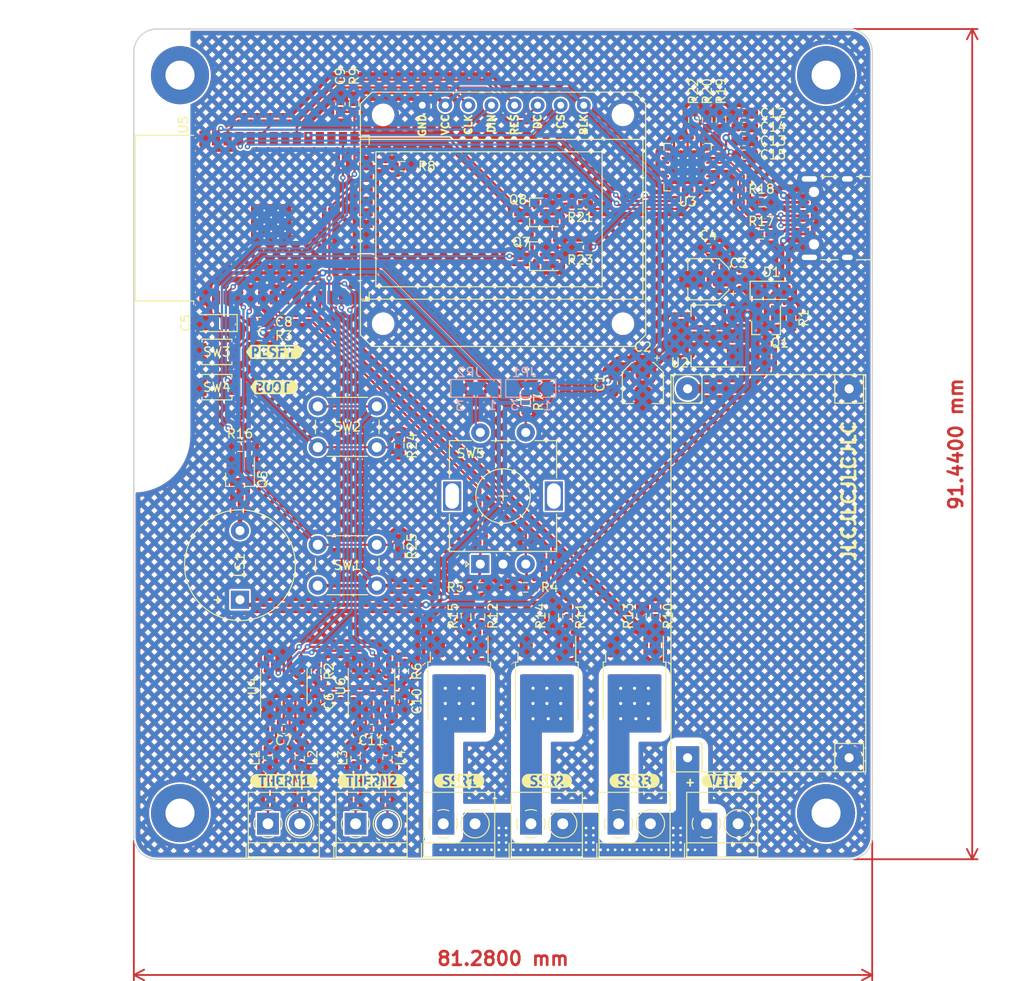
<source format=kicad_pcb>
(kicad_pcb (version 20221018) (generator pcbnew)
  (title_block (title "ReflowESP") (date "2022-08-22") (rev "v0.0.7") (company "Thomas Aldrian"))
  (layers (0 "F.Cu" signal) (31 "B.Cu" signal) (34 "B.Paste" user) (35 "F.Paste" user) (36 "B.SilkS" user "B.Silkscreen") (37 "F.SilkS" user "F.Silkscreen") (38 "B.Mask" user) (39 "F.Mask" user) (44 "Edge.Cuts" user))
  (net 0 "")
  (net 1 "+5V")
  (net 2 "GND")
  (net 3 "EN")
  (net 4 "IO0")
  (net 5 "Net-(U6-T+)")
  (net 6 "Net-(U6-T-)")
  (net 7 "Net-(U4-T+)")
  (net 8 "Net-(U4-T-)")
  (net 9 "RX")
  (net 10 "TX")
  (net 11 "PWM")
  (net 12 "V_MOSI")
  (net 13 "V_SCK")
  (net 14 "V_CS0")
  (net 15 "DC")
  (net 16 "RST")
  (net 17 "V_SSR")
  (net 18 "BUZZER")
  (net 19 "Net-(J8-Pin_1)")
  (net 20 "IO2")
  (net 21 "SSR1")
  (net 22 "SSR2")
  (net 23 "SSR3")
  (net 24 "CS0")
  (net 25 "CS1")
  (net 27 "RE_A")
  (net 28 "RE_B")
  (net 29 "SCK")
  (net 30 "MISO")
  (net 31 "RE_SW")
  (net 32 "Net-(Q2-G)")
  (net 37 "SW_1")
  (net 38 "SW_2")
  (net 46 "V_MISO")
  (net 48 "Net-(J4-Pin_1)")
  (net 49 "Net-(J4-Pin_2)")
  (net 50 "Net-(J5-Pin_1)")
  (net 51 "Net-(J5-Pin_2)")
  (net 52 "Net-(J6-Pin_1)")
  (net 53 "Net-(J7-Pin_1)")
  (net 54 "Net-(Q5-D)")
  (net 55 "Net-(Q1-D)")
  (net 56 "Net-(Q3-G)")
  (net 57 "Net-(Q4-G)")
  (net 58 "+3.3V")
  (net 66 "Net-(JP1-C)")
  (net 67 "Net-(JP2-C)")
  (net 68 "VBUS")
  (net 69 "Net-(J2-CC1)")
  (net 70 "Net-(J2-CC2)")
  (net 71 "D+")
  (net 72 "D-")
  (net 73 "RTS")
  (net 74 "DTR")
  (net 75 "VBUSREF")
  (net 76 "VCC")
  (net 77 "Net-(U3-~{RST})")
  (net 78 "Net-(Q7-B)")
  (net 79 "Net-(Q7-E)")
  (footprint "Resistor_SMD:R_0603_1608Metric_Pad0.98x0.95mm_HandSolder" (layer "F.Cu") (at 116.84 94.488 90)
    (fp_text reference "R13")
    (fp_text value "10k")
  )
  (footprint "Resistor_SMD:R_0603_1608Metric_Pad0.98x0.95mm_HandSolder" (layer "F.Cu") (at 104.0892 70.9676 -90)
    (fp_text reference "R7")
    (fp_text value "10k")
  )
  (footprint "Capacitor_SMD:C_0603_1608Metric_Pad1.08x0.95mm_HandSolder" (layer "F.Cu") (at 128.143 40.64)
    (fp_text reference "C14")
    (fp_text value "100nF")
  )
  (footprint "Resistor_SMD:R_0603_1608Metric_Pad0.98x0.95mm_HandSolder" (layer "F.Cu") (at 74.803 63.627 180)
    (fp_text reference "R3")
    (fp_text value "10k")
  )
  (footprint "TerminalBlock_4Ucon:TerminalBlock_4Ucon_1x02_P3.50mm_Horizontal" (layer "F.Cu") (at 95.024 117.375)
    (fp_text reference "J8" hide)
    (fp_text value "SSR3")
  )
  (footprint "Button_Switch_THT:SW_PUSH_6mm_H13mm" (layer "F.Cu") (at 81.205 86.65)
    (fp_text reference "SW1")
    (fp_text value " ")
  )
  (footprint "Resistor_SMD:R_0603_1608Metric_Pad0.98x0.95mm_HandSolder" (layer "F.Cu") (at 107.188 94.488 90)
    (fp_text reference "R14")
    (fp_text value "10k")
  )
  (footprint "Capacitor_Tantalum_SMD:CP_EIA-3216-12_Kemet-S_Pad1.58x1.35mm_HandSolder" (layer "F.Cu") (at 69.85 62.23 180)
    (fp_text reference "C5")
    (fp_text value " ")
  )
  (footprint "Package_TO_SOT_SMD:SOT-23_Handsoldering" (layer "F.Cu") (at 130.556 62.738 -90)
    (fp_text reference "Q1")
    (fp_text value "AO3407")
  )
  (footprint "kibuzzard-6465B1D4" (layer "F.Cu") (at 87.122 112.649)
    (fp_text reference "kibuzzard-6465B1D4" hide)
    (fp_text value "G***" hide)
  )
  (footprint "Capacitor_SMD:C_0603_1608Metric_Pad1.08x0.95mm_HandSolder" (layer "F.Cu") (at 128.143 42.164)
    (fp_text reference "C13")
    (fp_text value "100nF")
  )
  (footprint "Buzzer_Beeper:Buzzer_12x9.5RM7.6" (layer "F.Cu") (at 72.644 92.7 90)
    (fp_text reference "LS1")
    (fp_text value "Speaker")
  )
  (footprint "kibuzzard-64660A10" (layer "F.Cu") (at 122.1994 112.8522)
    (fp_text reference "kibuzzard-64660A10" hide)
    (fp_text value "G***" hide)
  )
  (footprint "Package_TO_SOT_SMD:SOT-23_Handsoldering" (layer "F.Cu") (at 72.644 79.4512 -90)
    (fp_text reference "Q5")
    (fp_text value "BSS138")
  )
  (footprint "kien242:1.14_TFT_Display" (layer "F.Cu") (at 101.6 50.8)
    (fp_text reference "J3" hide)
    (fp_text value "Conn_01x08")
  )
  (footprint "Capacitor_SMD:C_0603_1608Metric_Pad1.08x0.95mm_HandSolder" (layer "F.Cu") (at 124.206 54.0004)
    (fp_text reference "C4")
    (fp_text value "1u")
  )
  (footprint "Button_Switch_THT:SW_PUSH_6mm_H13mm" (layer "F.Cu") (at 81.205 71.41)
    (fp_text reference "SW2")
    (fp_text value " ")
  )
  (footprint "Capacitor_SMD:C_0603_1608Metric_Pad1.08x0.95mm_HandSolder" (layer "F.Cu") (at 74.803 62.103)
    (fp_text reference "C8")
    (fp_text value "100n")
  )
  (footprint "Resistor_SMD:R_0603_1608Metric_Pad0.98x0.95mm_HandSolder" (layer "F.Cu") (at 90.551 44.958)
    (fp_text reference "R8")
    (fp_text value "5k")
  )
  (footprint "Inductor_SMD:L_0603_1608Metric_Pad1.05x0.95mm_HandSolder" (layer "F.Cu") (at 85.372 110.109 90)
    (fp_text reference "L3")
    (fp_text value "ferrite")
  )
  (footprint "MountingHole:MountingHole_3.2mm_M3_Pad" (layer "F.Cu") (at 137.16 34.925)
    (fp_text reference "H1" hide)
    (fp_text value "MountingHole_Pad")
  )
  (footprint "Package_TO_SOT_SMD:SOT-23_Handsoldering" (layer "F.Cu") (at 105.283 54.864 180)
    (fp_text reference "Q7")
    (fp_text value "2N3904")
  )
  (footprint "Capacitor_SMD:CP_Elec_4x5.4" (layer "F.Cu") (at 116.9924 68.834 -90)
    (fp_text reference "C2")
    (fp_text value "10u")
  )
  (footprint "TerminalBlock_4Ucon:TerminalBlock_4Ucon_1x02_P3.50mm_Horizontal" (layer "F.Cu") (at 85.372 117.375)
    (fp_text reference "J5" hide)
    (fp_text value "TC2")
  )
  (footprint "Package_SO:SOIC-8_3.9x4.9mm_P1.27mm" (layer "F.Cu") (at 77.47 102.235 90)
    (fp_text reference "U4")
    (fp_text value "MAX31855KASA")
  )
  (footprint "MountingHole:MountingHole_3.2mm_M3_Pad" (layer "F.Cu") (at 66.04 34.925)
    (fp_text reference "H2" hide)
    (fp_text value "MountingHole_Pad")
  )
  (footprint "Resistor_SMD:R_0603_1608Metric_Pad0.98x0.95mm_HandSolder" (layer "F.Cu") (at 72.644 75.8444)
    (fp_text reference "R16")
    (fp_text value "10k")
  )
  (footprint "Diode_SMD:D_SOD-123" (layer "F.Cu") (at 131.1656 58.6232)
    (fp_text reference "D1")
    (fp_text value "1N5819")
  )
  (footprint "Resistor_SMD:R_0603_1608Metric_Pad0.98x0.95mm_HandSolder" (layer "F.Cu") (at 97.536 94.488 90)
    (fp_text reference "R15")
    (fp_text value "10k")
  )
  (footprint "kibuzzard-64660AB6" (layer "F.Cu") (at 76.4032 69.2912)
    (fp_text reference "kibuzzard-64660AB6" hide)
    (fp_text value "G***" hide)
  )
  (footprint "Resistor_SMD:R_0603_1608Metric_Pad0.98x0.95mm_HandSolder" (layer "F.Cu") (at 110.109 49.149 180)
    (fp_text reference "R21")
    (fp_text value "22r")
  )
  (footprint "Package_TO_SOT_SMD:TO-252-2" (layer "F.Cu") (at 96.774 102.87 -90)
    (fp_text reference "Q4" hide)
    (fp_text value "IRLR2905Z" hide)
  )
  (footprint "kibuzzard-64660ABC" (layer "F.Cu") (at 76.4032 65.405)
    (fp_text reference "kibuzzard-64660ABC" hide)
    (fp_text value "G***" hide)
  )
  (footprint "MountingHole:MountingHole_3.2mm_M3_Pad" (layer "F.Cu") (at 137.16 116.205)
    (fp_text reference "H3" hide)
    (fp_text value "MountingHole_Pad")
  )
  (footprint "kien242:USB-C-16pin-hight-v2" (layer "F.Cu") (at 138.43 50.673 -90)
    (fp_text reference "J2")
    (fp_text value " ")
  )
  (footprint "Capacitor_SMD:C_0603_1608Metric_Pad1.08x0.95mm_HandSolder" (layer "F.Cu") (at 113.6904 68.834 90)
    (fp_text reference "C1")
    (fp_text value "1u")
  )
  (footprint "kien242:SW_SPST_B3U-1000P" (layer "F.Cu") (at 70.104 69.2912)
    (fp_text reference "SW4")
    (fp_text value "SW_BOOT")
  )
  (footprint "Resistor_SMD:R_0603_1608Metric_Pad0.98x0.95mm_HandSolder" (layer "F.Cu") (at 99.06 94.488 -90)
    (fp_text reference "R12")
    (fp_text value "??")
  )
  (footprint "Capacitor_SMD:C_0603_1608Metric_Pad1.08x0.95mm_HandSolder" (layer "F.Cu") (at 128.143 43.688 180)
    (fp_text reference "C15")
    (fp_text value "10uF")
  )
  (footprint "Resistor_SMD:R_0603_1608Metric_Pad0.98x0.95mm_HandSolder" (layer "F.Cu") (at 130.048 48.895)
    (fp_text reference "R18")
    (fp_text value "5k1")
  )
  (footprint "MountingHole:MountingHole_3.2mm_M3_Pad" (layer "F.Cu") (at 66.04 116.205)
    (fp_text reference "H4" hide)
    (fp_text value "MountingHole_Pad")
  )
  (footprint "Package_TO_SOT_SMD:SOT-223-3_TabPin2" (layer "F.Cu") (at 124.206 63.6524 180)
    (fp_text reference "U2")
    (fp_text value "NCP1117-3.3_SOT223")
  )
  (footprint "Inductor_SMD:L_0603_1608Metric_Pad1.05x0.95mm_HandSolder" (layer "F.Cu") (at 88.872 110.109 -90)
    (fp_text reference "L4")
    (fp_text value "ferrite")
  )
  (footprint "Resistor_SMD:R_0603_1608Metric_Pad0.98x0.95mm_HandSolder" (layer "F.Cu") (at 104.0892 91.3384)
    (fp_text reference "R4")
    (fp_text value "10k")
  )
  (footprint "TerminalBlock_KF301:YAAJ_DCDC_StepDown_LM2596" (layer "F.Cu") (at 121.92 110.109 90)
    (fp_text reference "U1" hide)
    (fp_text value "YAAJ_DCDC_StepDown_LM2596")
  )
  (footprint "Resistor_SMD:R_0603_1608Metric_Pad0.98x0.95mm_HandSolder" (layer "F.Cu") (at 130.048 52.451)
    (fp_text reference "R17")
    (fp_text value "5k1")
  )
  (footprint "Resistor_SMD:R_0603_1608Metric_Pad0.98x0.95mm_HandSolder" (layer "F.Cu") (at 122.555 39.878 -90)
    (fp_text reference "R22")
    (fp_text value "1k")
  )
  (footprint "Inductor_SMD:L_0603_1608Metric_Pad1.05x0.95mm_HandSolder" (layer "F.Cu") (at 79.22 110.109 -90)
    (fp_text reference "L2")
    (fp_text value "ferrite")
  )
  (footprint "Capacitor_SMD:C_0603_1608Metric_Pad1.08x0.95mm_HandSolder" (layer "F.Cu") (at 90.678 103.886 -90)
    (fp_text reference "C10")
    (fp_text value "100n")
  )
  (footprint "Resistor_SMD:R_0603_1608Metric_Pad0.98x0.95mm_HandSolder" (layer "F.Cu") (at 125.603 39.878 -90)
    (fp_text reference "R19")
    (fp_text value "22k1")
  )
  (footprint "Resistor_SMD:R_0603_1608Metric_Pad0.98x0.95mm_HandSolder" (layer "F.Cu") (at 110.109 53.848 180)
    (fp_text reference "R23")
    (fp_text value "22r")
  )
  (footprint "Resistor_SMD:R_0603_1608Metric_Pad0.98x0.95mm_HandSolder" (layer "F.Cu") (at 118.364 94.488 -90)
    (fp_text reference "R10")
    (fp_text value "R_Small")
  )
  (footprint "Capacitor_SMD:C_0603_1608Metric_Pad1.08x0.95mm_HandSolder" (layer "F.Cu") (at 128.143 39.116 180)
    (fp_text reference "C12")
    (fp_text value "10uF")
  )
  (footprint "Resistor_SMD:R_0603_1608Metric_Pad0.98x0.95mm_HandSolder" (layer "F.Cu") (at 108.712 94.488 -90)
    (fp_text reference "R11")
    (fp_text value "R_Small")
  )
  (footprint "Capacitor_SMD:C_0603_1608Metric_Pad1.08x0.95mm_HandSolder" (layer "F.Cu") (at 77.47 106.934 180)
    (fp_text reference "C7")
    (fp_text value "10n")
  )
  (footprint "kien242:SW_SPST_B3U-1000P" (layer "F.Cu") (at 70.104 65.405)
    (fp_text reference "SW3")
    (fp_text value "SW_RESET")
  )
  (footprint "Resistor_SMD:R_0603_1608Metric_Pad0.98x0.95mm_HandSolder" (layer "F.Cu") (at 90.17 75.7428 -90)
    (fp_text reference "R24")
    (fp_text value "10k")
  )
  (footprint "Capacitor_SMD:C_0603_1608Metric_Pad1.08x0.95mm_HandSolder" (layer "F.Cu") (at 83.693 38.1 90)
    (fp_text reference "C9")
    (fp_text value "100n")
  )
  (footprint "kibuzzard-6465B1A6" (layer "F.Cu") (at 106.426 112.649)
    (fp_text reference "kibuzzard-6465B1A6" hide)
    (fp_text value "G***" hide)
  )
  (footprint "TerminalBlock_4Ucon:TerminalBlock_4Ucon_1x02_P3.50mm_Horizontal" (layer "F.Cu") (at 104.676 117.375)
    (fp_text reference "J7" hide)
    (fp_text value "SSR2")
  )
  (footprint "Resistor_SMD:R_0603_1608Metric_Pad0.98x0.95mm_HandSolder" (layer "F.Cu") (at 81.026 100.584 -90)
    (fp_text reference "R2")
    (fp_text value "10k")
  )
  (footprint "Resistor_SMD:R_0603_1608Metric_Pad0.98x0.95mm_HandSolder" (layer "F.Cu") (at 124.079 39.878 90)
    (fp_text reference "R20")
    (fp_text value "47k5")
  )
  (footprint "Resistor_SMD:R_0603_1608Metric_Pad0.98x0.95mm_HandSolder" (layer "F.Cu") (at 99.1108 91.3384)
    (fp_text reference "R5")
    (fp_text value "10k")
  )
  (footprint "kibuzzard-64660A1B" (layer "F.Cu") (at 129.3368 112.8522)
    (fp_text reference "kibuzzard-64660A1B" hide)
    (fp_text value "G***" hide)
  )
  (footprint "kien242:RotaryEncoder_Alps_EC11E-Switch_Vertical_H20mm" (layer "F.Cu") (at 101.6 81.28)
    (fp_text reference "SW5")
    (fp_text value " ")
  )
  (footprint "Package_TO_SOT_SMD:TO-252-2" (layer "F.Cu") (at 116.078 102.87 -90)
    (fp_text reference "Q2" hide)
    (fp_text value "IRLR2905Z")
  )
  (footprint "Capacitor_SMD:C_0603_1608Metric_Pad1.08x0.95mm_HandSolder" (layer "F.Cu") (at 87.122 106.934 180)
    (fp_text reference "C11")
    (fp_text value "10n")
  )
  (footprint "Package_TO_SOT_SMD:SOT-23_Handsoldering" (layer "F.Cu") (at 105.283 50.038 180)
    (fp_text reference "Q8")
    (fp_text value "2N3904")
  )
  (footprint "Resistor_SMD:R_0603_1608Metric_Pad0.98x0.95mm_HandSolder" (layer "F.Cu") (at 90.1446 86.8426 -90)
    (fp_text reference "R25")
    (fp_text value "10k")
  )
  (footprint "Capacitor_SMD:C_0603_1608Metric_Pad1.08x0.95mm_HandSolder" (layer "F.Cu") (at 81.026 103.886 -90)
    (fp_text reference "C6")
    (fp_text value "100n")
  )
  (footprint "RF_Module:ESP32-WROOM-32" (layer "F.Cu") (at 76.99 50.673 90)
    (fp_text reference "U5")
    (fp_text value "ESP32-WROOM-32")
  )
  (footprint "kibuzzard-6465FE6A" (layer "F.Cu") (at 96.774 112.649)
    (fp_text reference "kibuzzard-6465FE6A" hide)
    (fp_text value "G***" hide)
  )
  (footprint "Inductor_SMD:L_0603_1608Metric_Pad1.05x0.95mm_HandSolder" (layer "F.Cu") (at 75.72 110.109 90)
    (fp_text reference "L1")
    (fp_text value "ferrite")
  )
  (footprint "TerminalBlock_4Ucon:TerminalBlock_4Ucon_1x02_P3.50mm_Horizontal" (layer "F.Cu") (at 75.72 117.375)
    (fp_text reference "J4" hide)
    (fp_text value "TC1")
  )
  (footprint "Capacitor_SMD:CP_Elec_4x5.4" (layer "F.Cu") (at 124.206 57.404 180)
    (fp_text reference "C3")
    (fp_text value "10u")
  )
  (footprint "Package_DFN_QFN:QFN-28-1EP_5x5mm_P0.5mm_EP3.35x3.35mm_ThermalVias" (layer "F.Cu") (at 121.92 45.0596 180)
    (fp_text reference "U3")
    (fp_text value "CP2102-GM")
  )
  (footprint "Package_TO_SOT_SMD:TO-252-2" (layer "F.Cu") (at 106.426 102.87 -90)
    (fp_text reference "Q3" hide)
    (fp_text value "IRLR2905Z" hide)
  )
  (footprint "kibuzzard-646609E4" (layer "F.Cu") (at 125.73 112.649)
    (fp_text reference "kibuzzard-646609E4" hide)
    (fp_text value "G***" hide)
  )
  (footprint "Resistor_SMD:R_0603_1608Metric_Pad0.98x0.95mm_HandSolder" (layer "F.Cu") (at 90.678 100.584 -90)
    (fp_text reference "R6")
    (fp_text value "10k")
  )
  (footprint "TerminalBlock_4Ucon:TerminalBlock_4Ucon_1x02_P3.50mm_Horizontal" (layer "F.Cu") (at 114.328 117.375)
    (fp_text reference "J6" hide)
    (fp_text value "SSR1")
  )
  (footprint "kibuzzard-6465B1DF" (layer "F.Cu") (at 77.47 112.649)
    (fp_text reference "kibuzzard-6465B1DF" hide)
    (fp_text value "G***" hide)
  )
  (footprint "TerminalBlock_4Ucon:TerminalBlock_4Ucon_1x02_P3.50mm_Horizontal" (layer "F.Cu") (at 123.98 117.375)
    (fp_text reference "J1" hide)
    (fp_text value "VIN")
  )
  (footprint "Resistor_SMD:R_0603_1608Metric_Pad0.98x0.95mm_HandSolder" (layer "F.Cu") (at 85.217 38.1 -90)
    (fp_text reference "R9")
    (fp_text value "5k")
  )
  (footprint "kibuzzard-6465FE70" (layer "F.Cu") (at 116.078 112.649)
    (fp_text reference "kibuzzard-6465FE70" hide)
    (fp_text value "G***" hide)
  )
  (footprint "Resistor_SMD:R_0603_1608Metric_Pad0.98x0.95mm_HandSolder" (layer "F.Cu") (at 133.2992 61.6712 -90)
    (fp_text reference "R1")
    (fp_text value "100K")
  )
  (footprint "Package_SO:SOIC-8_3.9x4.9mm_P1.27mm" (layer "F.Cu") (at 87.122 102.235 90)
    (fp_text reference "U6")
    (fp_text value "MAX31855KASA")
  )
  (footprint "Jumper:SolderJumper-3_P2.0mm_Open_TrianglePad1.0x1.5mm_NumberLabels" (layer "B.Cu") (at 104.648 69.4436 180)
    (fp_text reference "JP1")
    (fp_text value " ")
  )
  (footprint "Jumper:SolderJumper-3_P2.0mm_Open_TrianglePad1.0x1.5mm_NumberLabels" (layer "B.Cu") (at 98.6028 69.4436 180)
    (fp_text reference "JP2")
    (fp_text value " ")
  )
  (gr_arc (start 63.5 121.285) (mid 61.703949 120.541051) (end 60.96 118.745) (stroke (width 0.15)) (layer "Edge.Cuts"))
  (gr_arc (start 139.7 29.845) (mid 141.496051 30.588949) (end 142.24 32.385) (stroke (width 0.15)) (layer "Edge.Cuts"))
  (gr_arc (start 60.96 32.385) (mid 61.703949 30.588949) (end 63.5 29.845) (stroke (width 0.15)) (layer "Edge.Cuts"))
  (gr_line (start 139.7 29.845) (end 63.5 29.845) (stroke (width 0.15)) (layer "Edge.Cuts"))
  (gr_line (start 142.24 32.385) (end 142.24 118.745) (stroke (width 0.15)) (layer "Edge.Cuts"))
  (gr_line (start 60.96 118.745) (end 60.96 32.385) (stroke (width 0.15)) (layer "Edge.Cuts"))
  (gr_line (start 63.5 121.285) (end 139.7 121.285) (stroke (width 0.15)) (layer "Edge.Cuts"))
  (gr_arc (start 142.24 118.745) (mid 141.496051 120.541051) (end 139.7 121.285) (stroke (width 0.15)) (layer "Edge.Cuts"))
  (gr_text "JLCJLCJLCJLC" (at 139.6746 80.7212 90) (layer "F.SilkS") (effects (font (size 1.5 1.5) (thickness 0.3) bold)))
  (dimension (type orthogonal) (layer "F.Cu") (pts (xy 142.24 118.745) (xy 60.96 118.745)) (height 15.285) (orientation 0) (gr_text "81,2800 mm" (at 101.6 132.23) (layer "F.Cu") (effects (font (size 1.5 1.5) (thickness 0.3)))) (format (prefix "") (suffix "") (units 3) (units_format 1) (precision 4)) (style (thickness 0.2) (arrow_length 1.27) (text_position_mode 0) (extension_height 0.58642) (extension_offset 0.5) keep_text_aligned))
  (dimension (type orthogonal) (layer "F.Cu") (pts (xy 139.7 121.285) (xy 139.7 29.845)) (height 13.55) (orientation 1) (gr_text "91,4400 mm" (at 151.45 75.565 90) (layer "F.Cu") (effects (font (size 1.5 1.5) (thickness 0.3)))) (format (prefix "") (suffix "") (units 3) (units_format 1) (precision 4)) (style (thickness 0.2) (arrow_length 1.27) (text_position_mode 0) (extension_height 0.58642) (extension_offset 0.5) keep_text_aligned))
  (segment (start 93.109868 93.262268) (end 73.206268 93.262268) (width 0.45) (layer "F.Cu") (net 1))
  (segment (start 127.356 61.3524) (end 128.4732 61.3524) (width 1) (layer "F.Cu") (net 1))
  (segment (start 129.606 61.238) (end 129.606 58.7136) (width 1) (layer "F.Cu") (net 1))
  (segment (start 126.006 54.9379) (end 125.0685 54.0004) (width 1) (layer "F.Cu") (net 1))
  (segment (start 129.606 58.7136) (end 129.5156 58.6232) (width 1) (layer "F.Cu") (net 1))
  (segment (start 73.206268 93.262268) (end 72.644 92.7) (width 0.45) (layer "F.Cu") (net 1))
  (segment (start 126.006 57.404) (end 126.006 54.9379) (width 1) (layer "F.Cu") (net 1))
  (segment (start 128.4732 61.3524) (end 129.4916 61.3524) (width 1) (layer "F.Cu") (net 1))
  (segment (start 128.2964 57.404) (end 129.5156 58.6232) (width 1) (layer "F.Cu") (net 1))
  (segment (start 126.006 57.404) (end 128.2964 57.404) (width 1) (layer "F.Cu") (net 1))
  (segment (start 129.4916 61.3524) (end 129.606 61.238) (width 1) (layer "F.Cu") (net 1))
  (via (at 93.109868 93.262268) (size 0.8) (drill 0.4) (layers "F.Cu" "B.Cu") (net 1))
  (via (at 128.4732 61.3524) (size 0.8) (drill 0.4) (layers "F.Cu" "B.Cu") (net 1))
  (segment (start 104.4072 93.2302) (end 93.141936 93.2302) (width 0.45) (layer "B.Cu") (net 1))
  (segment (start 128.4732 69.1642) (end 104.4072 93.2302) (width 0.45) (layer "B.Cu") (net 1))
  (segment (start 128.4732 61.3524) (end 128.4732 69.1642) (width 0.45) (layer "B.Cu") (net 1))
  (segment (start 93.141936 93.2302) (end 93.109868 93.262268) (width 0.45) (layer "B.Cu") (net 1))
  (via (at 105.4608 86.7918) (size 0.6) (drill 0.3) (layers "F.Cu" "B.Cu") (net 2))
  (via (at 75.6158 57.785) (size 0.6) (drill 0.3) (layers "F.Cu" "B.Cu") (net 2))
  (via (at 83.6168 100.5332) (size 0.6) (drill 0.3) (layers "F.Cu" "B.Cu") (net 2))
  (segment (start 73.777 63.627) (end 71.999 65.405) (width 0.3) (layer "F.Cu") (net 3))
  (segment (start 73.8905 63.627) (end 73.777 63.627) (width 0.3) (layer "F.Cu") (net 3))
  (segment (start 71.28 58.854794) (end 71.28 59.423) (width 0.25) (layer "F.Cu") (net 3))
  (segment (start 73.8905 63.627) (end 73.8905 62.153) (width 0.3) (layer "F.Cu") (net 3))
  (segment (start 71.28 59.423) (end 71.28 60.104) (width 0.3) (layer "F.Cu") (net 3))
  (segment (start 103.783 54.864) (end 102.3112 54.864) (width 0.25) (layer "F.Cu") (net 3))
  (segment (start 71.8955 58.239294) (end 71.28 58.854794) (width 0.25) (layer "F.Cu") (net 3))
  (segment (start 73.8905 62.153) (end 73.9405 62.103) (width 0.3) (layer "F.Cu") (net 3))
  (segment (start 73.279 62.103) (end 73.9405 62.103) (width 0.3) (layer "F.Cu") (net 3))
  (segment (start 71.28 60.104) (end 73.279 62.103) (width 0.3) (layer "F.Cu") (net 3))
  (via (at 71.8955 58.239294) (size 0.6) (drill 0.3) (layers "F.Cu" "B.Cu") (net 3))
  (via (at 102.3112 54.864) (size 0.6) (drill 0.3) (layers "F.Cu" "B.Cu") (net 3))
  (segment (start 102.3112 54.864) (end 75.270794 54.864) (width 0.25) (layer "B.Cu") (net 3))
  (segment (start 75.270794 54.864) (end 71.8955 58.239294) (width 0.25) (layer "B.Cu") (net 3))
  (segment (start 71.2673 68.5292) (end 71.2673 68.5595) (width 0.25) (layer "F.Cu") (net 4))
  (segment (start 71.2673 68.5595) (end 71.999 69.2912) (width 0.25) (layer "F.Cu") (net 4))
  (segment (start 85.2424 45.828395) (end 85.25 45.820795) (width 0.25) (layer "F.Cu") (net 4))
  (segment (start 85.25 45.820795) (end 85.25 41.923) (width 0.25) (layer "F.Cu") (net 4))
  (segment (start 103.783 50.038) (end 95.668 41.923) (width 0.25) (layer "F.Cu") (net 4))
  (segment (start 85.167 38.9625) (end 85.217 39.0125) (width 0.25) (layer "F.Cu") (net 4))
  (segment (start 85.25 39.0455) (end 85.217 39.0125) (width 0.25) (layer "F.Cu") (net 4))
  (segment (start 85.25 41.923) (end 85.25 39.0455) (width 0.25) (layer "F.Cu") (net 4))
  (segment (start 83.693 38.9625) (end 85.167 38.9625) (width 0.25) (layer "F.Cu") (net 4))
  (segment (start 95.668 41.923) (end 85.25 41.923) (width 0.25) (layer "F.Cu") (net 4))
  (via (at 85.2424 45.828395) (size 0.6) (drill 0.3) (layers "F.Cu" "B.Cu") (net 4))
  (via (at 71.2673 68.5292) (size 0.6) (drill 0.3) (layers "F.Cu" "B.Cu") (net 4))
  (segment (start 74.845194 54.434) (end 80.286112 54.434) (width 0.25) (layer "B.Cu") (net 4))
  (segment (start 85.227605 45.828395) (end 85.2424 45.828395) (width 0.25) (layer "B.Cu") (net 4))
  (segment (start 84.4024 50.317712) (end 84.4024 46.6536) (width 0.25) (layer "B.Cu") (net 4))
  (segment (start 80.286112 54.434) (end 84.4024 50.317712) (width 0.25) (layer "B.Cu") (net 4))
  (segment (start 84.4024 46.6536) (end 85.227605 45.828395) (width 0.25) (layer "B.Cu") (net 4))
  (segment (start 71.0928 68.3547) (end 71.0928 58.186394) (width 0.25) (layer "B.Cu") (net 4))
  (segment (start 71.0928 58.186394) (end 74.845194 54.434) (width 0.25) (layer "B.Cu") (net 4))
  (segment (start 71.2673 68.5292) (end 71.0928 68.3547) (width 0.25) (layer "B.Cu") (net 4))
  (segment (start 87.757 104.71) (end 87.757 107.0875) (width 0.25) (layer "F.Cu") (net 5))
  (segment (start 87.9845 108.3465) (end 88.872 109.234) (width 0.25) (layer "F.Cu") (net 5))
  (segment (start 87.757 106.7065) (end 87.9845 106.934) (width 0.25) (layer "F.Cu") (net 5))
  (segment (start 87.9845 106.934) (end 87.9845 108.3465) (width 0.25) (layer "F.Cu") (net 5))
  (segment (start 86.487 106.7065) (end 86.2595 106.934) (width 0.25) (layer "F.Cu") (net 6))
  (segment (start 86.487 104.71) (end 86.487 107.0875) (width 0.25) (layer "F.Cu") (net 6))
  (segment (start 86.2595 108.3465) (end 85.372 109.234) (width 0.25) (layer "F.Cu") (net 6))
  (segment (start 86.2595 106.934) (end 86.2595 108.3465) (width 0.25) (layer "F.Cu") (net 6))
  (segment (start 78.105 104.71) (end 78.105 107.0875) (width 0.25) (layer "F.Cu") (net 7))
  (segment (start 78.3325 106.934) (end 78.3325 108.3465) (width 0.25) (layer "F.Cu") (net 7))
  (segment (start 78.105 106.7065) (end 78.3325 106.934) (width 0.25) (layer "F.Cu") (net 7))
  (segment (start 78.3325 108.3465) (end 79.22 109.234) (width 0.25) (layer "F.Cu") (net 7))
  (segment (start 76.6075 106.934) (end 76.6075 108.3465) (width 0.25) (layer "F.Cu") (net 8))
  (segment (start 76.835 104.71) (end 76.835 107.0875) (width 0.25) (layer "F.Cu") (net 8))
  (segment (start 76.835 106.7065) (end 76.6075 106.934) (width 0.25) (layer "F.Cu") (net 8))
  (segment (start 76.6075 108.3465) (end 75.72 109.234) (width 0.25) (layer "F.Cu") (net 8))
  (segment (start 122.42 47.5096) (end 122.42 48.145547) (width 0.25) (layer "F.Cu") (net 9))
  (segment (start 115.6208 49.2216) (end 114.2713 49.2216) (width 0.25) (layer "F.Cu") (net 9))
  (segment (start 121.343947 49.2216) (end 115.6208 49.2216) (width 0.25) (layer "F.Cu") (net 9))
  (segment (start 114.2713 49.2216) (end 114.0968 49.0471) (width 0.25) (layer "F.Cu") (net 9))
  (segment (start 122.42 48.145547) (end 121.343947 49.2216) (width 0.25) (layer "F.Cu") (net 9))
  (via (at 73.465667 42.78735) (size 0.6) (drill 0.3) (layers "F.Cu" "B.Cu") (net 9))
  (via (at 114.0968 49.0471) (size 0.6) (drill 0.3) (layers "F.Cu" "B.Cu") (net 9))
  (segment (start 73.465667 42.78735) (end 73.682617 42.5704) (width 0.25) (layer "B.Cu") (net 9))
  (segment (start 107.5944 42.5704) (end 114.0711 49.0471) (width 0.25) (layer "B.Cu") (net 9))
  (segment (start 114.0711 49.0471) (end 114.0968 49.0471) (width 0.25) (layer "B.Cu") (net 9))
  (segment (start 73.682617 42.5704) (end 107.5944 42.5704) (width 0.25) (layer "B.Cu") (net 9))
  (segment (start 114.6969 48.7916) (end 121.165835 48.7916) (width 0.25) (layer "F.Cu") (net 10))
  (segment (start 121.165835 48.7916) (end 121.92 48.037435) (width 0.25) (layer "F.Cu") (net 10))
  (segment (start 114.013836 48.134942) (end 114.040242 48.134942) (width 0.25) (layer "F.Cu") (net 10))
  (segment (start 114.040242 48.134942) (end 114.6969 48.7916) (width 0.25) (layer "F.Cu") (net 10))
  (segment (start 121.92 48.037435) (end 121.92 47.5096) (width 0.25) (layer "F.Cu") (net 10))
  (via (at 72.686393 42.768474) (size 0.6) (drill 0.3) (layers "F.Cu" "B.Cu") (net 10))
  (via (at 114.013836 48.134942) (size 0.6) (drill 0.3) (layers "F.Cu" "B.Cu") (net 10))
  (segment (start 72.686393 42.711024) (end 72.686393 42.768474) (width 0.25) (layer "B.Cu") (net 10))
  (segment (start 114.013836 48.134942) (end 108.019294 42.1404) (width 0.25) (layer "B.Cu") (net 10))
  (segment (start 108.019294 42.1404) (end 73.257017 42.1404) (width 0.25) (layer "B.Cu") (net 10))
  (segment (start 73.257017 42.1404) (end 72.686393 42.711024) (width 0.25) (layer "B.Cu") (net 10))
  (segment (start 70.01 41.320938) (end 70.539178 40.79176) (width 0.25) (layer "F.Cu") (net 12))
  (segment (start 70.01 41.923) (end 70.01 41.320938) (width 0.25) (layer "F.Cu") (net 12))
  (via (at 70.539178 40.79176) (size 0.6) (drill 0.3) (layers "F.Cu" "B.Cu") (net 12))
  (segment (start 70.678318 40.9309) (end 97.6391 40.9309) (width 0.25) (layer "B.Cu") (net 12))
  (segment (start 70.539178 40.79176) (end 70.678318 40.9309) (width 0.25) (layer "B.Cu") (net 12))
  (segment (start 97.6391 40.9309) (end 100.33 38.24) (width 0.25) (layer "B.Cu") (net 12))
  (segment (start 97.79 38.24) (end 95.83 36.28) (width 0.25) (layer "F.Cu") (net 13))
  (segment (start 95.83 36.28) (end 83.317505 36.28) (width 0.25) (layer "F.Cu") (net 13))
  (segment (start 83.317505 36.28) (end 78.9 40.697505) (width 0.25) (layer "F.Cu") (net 13))
  (segment (start 78.9 40.697505) (end 78.9 41.923) (width 0.25) (layer "F.Cu") (net 13))
  (via (at 80.17 41.5359) (size 0.6) (drill 0.3) (layers "F.Cu" "B.Cu") (net 14))
  (segment (start 104.6541 41.5359) (end 107.95 38.24) (width 0.25) (layer "B.Cu") (net 14))
  (segment (start 80.17 41.5359) (end 104.6541 41.5359) (width 0.25) (layer "B.Cu") (net 14))
  (segment (start 75.09 41.383) (end 75.09 41.923) (width 0.25) (layer "F.Cu") (net 15))
  (segment (start 105.41 38.24) (end 104.1276 39.5224) (width 0.25) (layer "F.Cu") (net 15))
  (segment (start 102.362 39.5224) (end 101.6 38.7604) (width 0.25) (layer "F.Cu") (net 15))
  (segment (start 76.1124 40.3606) (end 75.09 41.383) (width 0.25) (layer "F.Cu") (net 15))
  (segment (start 101.6 38.7604) (end 101.6 37.5412) (width 0.25) (layer "F.Cu") (net 15))
  (segment (start 78.628793 40.3606) (end 76.1124 40.3606) (width 0.25) (layer "F.Cu") (net 15))
  (segment (start 99.9088 35.85) (end 83.139393 35.85) (width 0.25) (layer "F.Cu") (net 15))
  (segment (start 83.139393 35.85) (end 78.628793 40.3606) (width 0.25) (layer "F.Cu") (net 15))
  (segment (start 101.6 37.5412) (end 99.9088 35.85) (width 0.25) (layer "F.Cu") (net 15))
  (segment (start 104.1276 39.5224) (end 102.362 39.5224) (width 0.25) (layer "F.Cu") (net 15))
  (segment (start 78.450681 39.9306) (end 82.961281 35.42) (width 0.25) (layer "F.Cu") (net 16))
  (segment (start 72.4656 39.9306) (end 78.450681 39.9306) (width 0.25) (layer "F.Cu") (net 16))
  (segment (start 71.28 41.923) (end 71.28 41.1162) (width 0.25) (layer "F.Cu") (net 16))
  (segment (start 102.87 38.203088) (end 102.87 38.24) (width 0.25) (layer "F.Cu") (net 16))
  (segment (start 71.28 41.1162) (end 72.4656 39.9306) (width 0.25) (layer "F.Cu") (net 16))
  (segment (start 100.086912 35.42) (end 102.87 38.203088) (width 0.25) (layer "F.Cu") (net 16))
  (segment (start 82.961281 35.42) (end 100.086912 35.42) (width 0.25) (layer "F.Cu") (net 16))
  (via (at 121.944 120.248) (size 0.6) (drill 0.3) (layers "F.Cu" "B.Cu") (net 17))
  (via (at 117.944 120.248) (size 0.6) (drill 0.3) (layers "F.Cu" "B.Cu") (net 17))
  (via (at 105.944 120.248) (size 0.6) (drill 0.3) (layers "F.Cu" "B.Cu") (net 17))
  (via (at 105.144 120.248) (size 0.6) (drill 0.3) (layers "F.Cu" "B.Cu") (net 17))
  (via (at 121.144 119.448) (size 0.6) (drill 0.3) (layers "F.Cu" "B.Cu") (net 17))
  (via (at 114.744 120.248) (size 0.6) (drill 0.3) (layers "F.Cu" "B.Cu") (net 17))
  (via (at 115.544 120.248) (size 0.6) (drill 0.3) (layers "F.Cu" "B.Cu") (net 17))
  (via (at 111.544 117.848) (size 0.6) (drill 0.3) (layers "F.Cu" "B.Cu") (net 17))
  (via (at 101.144 118.648) (size 0.6) (drill 0.3) (layers "F.Cu" "B.Cu") (net 17))
  (via (at 103.544 120.248) (size 0.6) (drill 0.3) (layers "F.Cu" "B.Cu") (net 17))
  (via (at 101.9428 118.648) (size 0.6) (drill 0.3) (layers "F.Cu" "B.Cu") (net 17))
  (via (at 101.9428 119.448) (size 0.6) (drill 0.3) (layers "F.Cu" "B.Cu") (net 17))
  (via (at 96.344 120.248) (size 0.6) (drill 0.3) (layers "F.Cu" "B.Cu") (net 17))
  (via (at 113.944 120.248) (size 0.6) (drill 0.3) (layers "F.Cu" "B.Cu") (net 17))
  (via (at 109.944 120.248) (size 0.6) (drill 0.3) (layers "F.Cu" "B.Cu") (net 17))
  (via (at 107.544 120.248) (size 0.6) (drill 0.3) (layers "F.Cu" "B.Cu") (net 17))
  (via (at 111.544 118.648) (size 0.6) (drill 0.3) (layers "F.Cu" "B.Cu") (net 17))
  (via (at 101.144 117.848) (size 0.6) (drill 0.3) (layers "F.Cu" "B.Cu") (net 17))
  (via (at 119.544 120.248) (size 0.6) (drill 0.3) (layers "F.Cu" "B.Cu") (net 17))
  (via (at 120.344 117.848) (size 0.6) (drill 0.3) (layers "F.Cu" "B.Cu") (net 17))
  (via (at 102.744 120.248) (size 0.6) (drill 0.3) (layers "F.Cu" "B.Cu") (net 17))
  (via (at 118.744 120.248) (size 0.6) (drill 0.3) (layers "F.Cu" "B.Cu") (net 17))
  (via (at 117.144 120.248) (size 0.6) (drill 0.3) (layers "F.Cu" "B.Cu") (net 17))
  (via (at 98.744 120.248) (size 0.6) (drill 0.3) (layers "F.Cu" "B.Cu") (net 17))
  (via (at 116.344 120.248) (size 0.6) (drill 0.3) (layers "F.Cu" "B.Cu") (net 17))
  (via (at 111.544 120.248) (size 0.6) (drill 0.3) (layers "F.Cu" "B.Cu") (net 17))
  (via (at 122.744 120.248) (size 0.6) (drill 0.3) (layers "F.Cu" "B.Cu") (net 17))
  (via (at 121.144 120.248) (size 0.6) (drill 0.3) (layers "F.Cu" "B.Cu") (net 17))
  (via (at 121.144 117.848) (size 0.6) (drill 0.3) (layers "F.Cu" "B.Cu") (net 17))
  (via (at 94.744 120.248) (size 0.6) (drill 0.3) (layers "F.Cu" "B.Cu") (net 17))
  (via (at 109.144 120.248) (size 0.6) (drill 0.3) (layers "F.Cu" "B.Cu") (net 17))
  (via (at 101.9428 117.848) (size 0.6) (drill 0.3) (layers "F.Cu" "B.Cu") (net 17))
  (via (at 121.144 118.648) (size 0.6) (drill 0.3) (layers "F.Cu" "B.Cu") (net 17))
  (via (at 123.544 120.248) (size 0.6) (drill 0.3) (layers "F.Cu" "B.Cu") (net 17))
  (via (at 104.344 120.248) (size 0.6) (drill 0.3) (layers "F.Cu" "B.Cu") (net 17))
  (via (at 110.744 120.248) (size 0.6) (drill 0.3) (layers "F.Cu" "B.Cu") (net 17))
  (via (at 101.144 120.248) (size 0.6) (drill 0.3) (layers "F.Cu" "B.Cu") (net 17))
  (via (at 112.344 120.248) (size 0.6) (drill 0.3) (layers "F.Cu" "B.Cu") (net 17))
  (via (at 110.744 117.848) (size 0.6) (drill 0.3) (layers "F.Cu" "B.Cu") (net 17))
  (via (at 120.344 120.248) (size 0.6) (drill 0.3) (layers "F.Cu" "B.Cu") (net 17))
  (via (at 110.744 119.448) (size 0.6) (drill 0.3) (layers "F.Cu" "B.Cu") (net 17))
  (via (at 101.144 119.448) (size 0.6) (drill 0.3) (layers "F.Cu" "B.Cu") (net 17))
  (via (at 120.344 118.648) (size 0.6) (drill 0.3) (layers "F.Cu" "B.Cu") (net 17))
  (via (at 100.344 120.248) (size 0.6) (drill 0.3) (layers "F.Cu" "B.Cu") (net 17))
  (via (at 113.144 120.248) (size 0.6) (drill 0.3) (layers "F.Cu" "B.Cu") (net 17))
  (via (at 108.344 120.248) (size 0.6) (drill 0.3) (layers "F.Cu" "B.Cu") (net 17))
  (via (at 99.544 120.248) (size 0.6) (drill 0.3) (layers "F.Cu" "B.Cu") (net 17))
  (via (at 111.544 119.448) (size 0.6) (drill 0.3) (layers "F.Cu" "B.Cu") (net 17))
  (via (at 97.944 120.248) (size 0.6) (drill 0.3) (layers "F.Cu" "B.Cu") (net 17))
  (via (at 120.344 119.448) (size 0.6) (drill 0.3) (layers "F.Cu" "B.Cu") (net 17))
  (via (at 97.144 120.248) (size 0.6) (drill 0.3) (layers "F.Cu" "B.Cu") (net 17))
  (via (at 110.744 118.648) (size 0.6) (drill 0.3) (layers "F.Cu" "B.Cu") (net 17))
  (via (at 95.544 120.248) (size 0.6) (drill 0.3) (layers "F.Cu" "B.Cu") (net 17))
  (via (at 101.944 120.248) (size 0.6) (drill 0.3) (layers "F.Cu" "B.Cu") (net 17))
  (via (at 106.744 120.248) (size 0.6) (drill 0.3) (layers "F.Cu" "B.Cu") (net 17))
  (segment (start 73.594 75.8819) (end 73.5565 75.8444) (width 0.5) (layer "F.Cu") (net 18))
  (segment (start 83.98 46.2204) (end 83.9724 46.228) (width 0.25) (layer "F.Cu") (net 18))
  (segment (start 71.3486 73.787) (end 73.406 75.8444) (width 0.25) (layer "F.Cu") (net 18))
  (segment (start 73.594 77.9512) (end 73.594 75.8819) (width 0.5) (layer "F.Cu") (net 18))
  (segment (start 73.406 75.8444) (end 73.5565 75.8444) (width 0.25) (layer "F.Cu") (net 18))
  (segment (start 83.98 41.923) (end 83.98 46.2204) (width 0.25) (layer "F.Cu") (net 18))
  (via (at 71.3486 73.787) (size 0.6) (drill 0.3) (layers "F.Cu" "B.Cu") (net 18))
  (via (at 83.9724 46.228) (size 0.6) (drill 0.3) (layers "F.Cu" "B.Cu") (net 18))
  (segment (start 70.6628 58.008282) (end 74.667082 54.004) (width 0.25) (layer "B.Cu") (net 18))
  (segment (start 83.9724 50.1396) (end 83.9724 46.228) (width 0.25) (layer "B.Cu") (net 18))
  (segment (start 71.3486 73.787) (end 70.6628 73.1012) (width 0.25) (layer "B.Cu") (net 18))
  (segment (start 70.6628 73.1012) (end 70.6628 58.008282) (width 0.25) (layer "B.Cu") (net 18))
  (segment (start 80.108 54.004) (end 83.9724 50.1396) (width 0.25) (layer "B.Cu") (net 18))
  (segment (start 74.667082 54.004) (end 80.108 54.004) (width 0.25) (layer "B.Cu") (net 18))
  (segment (start 89.6335 44.953) (end 89.6385 44.958) (width 0.25) (layer "F.Cu") (net 20))
  (segment (start 86.5 44.953) (end 89.6335 44.953) (width 0.25) (layer "F.Cu") (net 20))
  (segment (start 106.6292 86.83562) (end 80.17 60.37642) (width 0.3) (layer "F.Cu") (net 21))
  (segment (start 100.1795 92.456) (end 105.5116 92.456) (width 0.3) (layer "F.Cu") (net 21))
  (segment (start 99.06 93.5755) (end 100.1795 92.456) (width 0.3) (layer "F.Cu") (net 21))
  (segment (start 106.6292 91.3384) (end 106.6292 86.83562) (width 0.3) (layer "F.Cu") (net 21))
  (segment (start 80.17 60.37642) (end 80.17 59.423) (width 0.3) (layer "F.Cu") (net 21))
  (segment (start 105.5116 92.456) (end 106.6292 91.3384) (width 0.3) (layer "F.Cu") (net 21))
  (segment (start 97.536 95.0995) (end 99.06 93.5755) (width 0.3) (layer "F.Cu") (net 21))
  (segment (start 97.536 95.4005) (end 97.536 95.0995) (width 0.3) (layer "F.Cu") (net 21))
  (segment (start 107.188 95.4005) (end 107.188 95.0995) (width 0.3) (layer "F.Cu") (net 22))
  (segment (start 107.188 95.0995) (end 108.712 93.5755) (width 0.3) (layer "F.Cu") (net 22))
  (segment (start 81.44 60.967598) (end 81.44 59.423) (width 0.3) (layer "F.Cu") (net 22))
  (segment (start 108.712 93.5755) (end 107.1092 91.9727) (width 0.3) (layer "F.Cu") (net 22))
  (segment (start 107.1092 86.636798) (end 81.44 60.967598) (width 0.3) (layer "F.Cu") (net 22))
  (segment (start 107.1092 91.9727) (end 107.1092 86.636798) (width 0.3) (layer "F.Cu") (net 22))
  (segment (start 116.84 95.4005) (end 116.551724 95.4005) (width 0.3) (layer "F.Cu") (net 23))
  (segment (start 82.71 61.558776) (end 82.71 59.423) (width 0.3) (layer "F.Cu") (net 23))
  (segment (start 116.84 95.0995) (end 118.364 93.5755) (width 0.3) (layer "F.Cu") (net 23))
  (segment (start 116.551724 95.4005) (end 82.71 61.558776) (width 0.3) (layer "F.Cu") (net 23))
  (segment (start 116.84 95.4005) (end 116.84 95.0995) (width 0.3) (layer "F.Cu") (net 23))
  (segment (start 78.105 98.950208) (end 78.105 99.76) (width 0.25) (layer "F.Cu") (net 24))
  (segment (start 82.481215 57.253885) (end 82.481215 49.598785) (width 0.25) (layer "F.Cu") (net 24))
  (segment (start 79.1464 97.908808) (end 78.105 98.950208) (width 0.25) (layer "F.Cu") (net 24))
  (segment (start 78.105 99.76) (end 78.105 100.457) (width 0.3) (layer "F.Cu") (net 24))
  (segment (start 78.105 100.457) (end 78.867 101.219) (width 0.3) (layer "F.Cu") (net 24))
  (segment (start 81.026 100.060553) (end 81.026 99.6715) (width 0.3) (layer "F.Cu") (net 24))
  (segment (start 82.453 57.2821) (end 82.481215 57.253885) (width 0.25) (layer "F.Cu") (net 24))
  (segment (start 79.867553 101.219) (end 81.026 100.060553) (width 0.3) (layer "F.Cu") (net 24))
  (segment (start 85.857 46.223) (end 86.5 46.223) (width 0.25) (layer "F.Cu") (net 24))
  (segment (start 78.867 101.219) (end 79.867553 101.219) (width 0.3) (layer "F.Cu") (net 24))
  (segment (start 82.481215 49.598785) (end 85.857 46.223) (width 0.25) (layer "F.Cu") (net 24))
  (via (at 82.453 57.2821) (size 0.6) (drill 0.3) (layers "F.Cu" "B.Cu") (net 24))
  (via (at 79.1464 97.908808) (size 0.6) (drill 0.3) (layers "F.Cu" "B.Cu") (net 24))
  (segment (start 82.453 57.2821) (end 82.453 60.023312) (width 0.25) (layer "B.Cu") (net 24))
  (segment (start 84.054 61.624312) (end 84.054 93.001208) (width 0.25) (layer "B.Cu") (net 24))
  (segment (start 84.054 93.001208) (end 79.1464 97.908808) (width 0.25) (layer "B.Cu") (net 24))
  (segment (start 82.453 60.023312) (end 84.054 61.624312) (width 0.25) (layer "B.Cu") (net 24))
  (segment (start 87.757 99.0854) (end 87.2236 98.552) (width 0.25) (layer "F.Cu") (net 25))
  (segment (start 90.678 99.949) (end 90.678 99.6715) (width 0.3) (layer "F.Cu") (net 25))
  (segment (start 89.408 101.219) (end 90.678 99.949) (width 0.3) (layer "F.Cu") (net 25))
  (segment (start 84.1502 57.8866) (end 78.486 57.8866) (width 0.25) (layer "F.Cu") (net 25))
  (segment (start 88.646 101.219) (end 89.408 101.219) (width 0.3) (layer "F.Cu") (net 25))
  (segment (start 87.757 99.76) (end 87.757 100.33) (width 0.3) (layer "F.Cu") (net 25))
  (segment (start 77.63 58.7426) (end 77.63 59.423) (width 0.25) (layer "F.Cu") (net 25))
  (segment (start 87.757 99.76) (end 87.757 99.0854) (width 0.25) (layer "F.Cu") (net 25))
  (segment (start 87.757 100.33) (end 88.646 101.219) (width 0.3) (layer "F.Cu") (net 25))
  (segment (start 78.486 57.8866) (end 77.63 58.7426) (width 0.25) (layer "F.Cu") (net 25))
  (via (at 87.2236 98.552) (size 0.6) (drill 0.3) (layers "F.Cu" "B.Cu") (net 25))
  (via (at 84.1502 57.8866) (size 0.6) (drill 0.3) (layers "F.Cu" "B.Cu") (net 25))
  (segment (start 85.344 59.0804) (end 85.344 96.6724) (width 0.25) (layer "B.Cu") (net 25))
  (segment (start 84.1502 57.8866) (end 85.344 59.0804) (width 0.25) (layer "B.Cu") (net 25))
  (segment (start 85.344 96.6724) (end 87.2236 98.552) (width 0.25) (layer "B.Cu") (net 25))
  (segment (start 99.1 88.78) (end 99.1 89.161558) (width 0.3) (layer "F.Cu") (net 27))
  (segment (start 80.432868 61.890868) (end 99.1 80.558) (width 0.25) (layer "F.Cu") (net 27))
  (segment (start 75.09 59.423) (end 75.09 59.7992) (width 0.25) (layer "F.Cu") (net 27))
  (segment (start 75.09 59.7992) (end 77.181668 61.890868) (width 0.25) (layer "F.Cu") (net 27))
  (segment (start 77.181668 61.890868) (end 80.432868 61.890868) (width 0.25) (layer "F.Cu") (net 27))
  (segment (start 99.1 80.558) (end 99.1 88.78) (width 0.25) (layer "F.Cu") (net 27))
  (arc (start 98.1983 91.3384) (mid 98.865666 90.339635) (end 99.1 89.161558) (width 0.3) (layer "F.Cu") (net 27))
  (segment (start 80.61098 61.460868) (end 104.1 84.949888) (width 0.25) (layer "F.Cu") (net 28))
  (segment (start 76.36 59.423) (end 76.36 60.423) (width 0.25) (layer "F.Cu") (net 28))
  (segment (start 104.1 88.78) (end 104.1 89.16147) (width 0.3) (layer "F.Cu") (net 28))
  (segment (start 76.36 60.423) (end 77.397868 61.460868) (width 0.25) (layer "F.Cu") (net 28))
  (segment (start 77.397868 61.460868) (end 80.61098 61.460868) (width 0.25) (layer "F.Cu") (net 28))
  (segment (start 104.1 84.949888) (end 104.1 88.78) (width 0.25) (layer "F.Cu") (net 28))
  (arc (start 104.1 89.16147) (mid 104.33435 90.339628) (end 105.0017 91.3384) (width 0.3) (layer "F.Cu") (net 28))
  (segment (start 79.375 98.5774) (end 80.0608 97.8916) (width 0.25) (layer "F.Cu") (net 29))
  (segment (start 89.027 99.411533) (end 89.027 99.76) (width 0.25) (layer "F.Cu") (net 29))
  (segment (start 83.816391 59.586609) (end 83.98 59.423) (width 0.25) (layer "F.Cu") (net 29))
  (segment (start 87.507067 97.8916) (end 89.027 99.411533) (width 0.25) (layer "F.Cu") (net 29))
  (segment (start 83.816391 60.531809) (end 83.816391 59.586609) (width 0.25) (layer "F.Cu") (net 29))
  (segment (start 79.375 99.76) (end 79.375 98.5774) (width 0.25) (layer "F.Cu") (net 29))
  (segment (start 80.0608 97.8916) (end 87.507067 97.8916) (width 0.25) (layer "F.Cu") (net 29))
  (via (at 83.816391 60.531809) (size 0.6) (drill 0.3) (layers "F.Cu" "B.Cu") (net 29))
  (via (at 80.0608 97.8916) (size 0.6) (drill 0.3) (layers "F.Cu" "B.Cu") (net 29))
  (segment (start 83.816391 60.778591) (end 84.484 61.4462) (width 0.25) (layer "B.Cu") (net 29))
  (segment (start 84.484 93.4684) (end 80.0608 97.8916) (width 0.25) (layer "B.Cu") (net 29))
  (segment (start 84.484 61.4462) (end 84.484 93.4684) (width 0.25) (layer "B.Cu") (net 29))
  (segment (start 83.816391 60.531809) (end 83.816391 60.778591) (width 0.25) (layer "B.Cu") (net 29))
  (segment (start 86.487 98.679) (end 86.487 99.76) (width 0.25) (layer "F.Cu") (net 30))
  (segment (start 80.722723 98.3216) (end 86.1296 98.3216) (width 0.25) (layer "F.Cu") (net 30))
  (segment (start 85.25 60.292137) (end 85.25 59.423) (width 0.25) (layer "F.Cu") (net 30))
  (segment (start 84.7395 60.802637) (end 85.25 60.292137) (width 0.25) (layer "F.Cu") (net 30))
  (segment (start 80.531015 98.513308) (end 80.722723 98.3216) (width 0.25) (layer "F.Cu") (net 30))
  (segment (start 76.8604 100.7872) (end 76.8604 99.7854) (width 0.25) (layer "F.Cu") (net 30))
  (segment (start 76.8604 99.7854) (end 76.835 99.76) (width 0.25) (layer "F.Cu") (net 30))
  (segment (start 86.1296 98.3216) (end 86.487 98.679) (width 0.25) (layer "F.Cu") (net 30))
  (via (at 84.7395 60.802637) (size 0.6) (drill 0.3) (layers "F.Cu" "B.Cu") (net 30))
  (via (at 80.531015 98.513308) (size 0.6) (drill 0.3) (layers "F.Cu" "B.Cu") (net 30))
  (via (at 76.8604 100.7872) (size 0.6) (drill 0.3) (layers "F.Cu" "B.Cu") (net 30))
  (segment (start 84.914 60.977137) (end 84.914 93.994147) (width 0.25) (layer "B.Cu") (net 30))
  (segment (start 79.134292 98.513308) (end 76.8604 100.7872) (width 0.25) (layer "B.Cu") (net 30))
  (segment (start 80.531015 98.513308) (end 79.134292 98.513308) (width 0.25) (layer "B.Cu") (net 30))
  (segment (start 84.7395 60.802637) (end 84.914 60.977137) (width 0.25) (layer "B.Cu") (net 30))
  (segment (start 80.531015 98.377132) (end 80.531015 98.513308) (width 0.25) (layer "B.Cu") (net 30))
  (segment (start 84.914 93.994147) (end 80.531015 98.377132) (width 0.25) (layer "B.Cu") (net 30))
  (segment (start 87.3221 55.113) (end 104.0892 71.8801) (width 0.25) (layer "F.Cu") (net 31))
  (segment (start 104.0892 74.2692) (end 104.1 74.28) (width 0.25) (layer "F.Cu") (net 31))
  (segment (start 86.5 55.113) (end 87.3221 55.113) (width 0.25) (layer "F.Cu") (net 31))
  (segment (start 104.0892 71.8801) (end 104.0892 74.2692) (width 0.25) (layer "F.Cu") (net 31))
  (segment (start 118.358 97.83) (end 118.358 95.4065) (width 0.3) (layer "F.Cu") (net 32))
  (segment (start 118.358 95.4065) (end 118.364 95.4005) (width 0.3) (layer "F.Cu") (net 32))
  (segment (start 73.022073 60.502951) (end 72.55 60.030878) (width 0.25) (layer "F.Cu") (net 37))
  (segment (start 87.705 86.65) (end 81.205 86.65) (width 0.25) (layer "F.Cu") (net 37))
  (segment (start 90.1446 85.9301) (end 89.4247 86.65) (width 0.25) (layer "F.Cu") (net 37))
  (segment (start 72.55 60.030878) (end 72.55 59.423) (width 0.25) (layer "F.Cu") (net 37))
  (segment (start 89.4247 86.65) (end 87.705 86.65) (width 0.25) (layer "F.Cu") (net 37))
  (via (at 73.022073 60.502951) (size 0.6) (drill 0.3) (layers "F.Cu" "B.Cu") (net 37))
  (segment (start 73.022073 78.467073) (end 81.205 86.65) (width 0.25) (layer "B.Cu") (net 37))
  (segment (start 73.022073 60.502951) (end 73.022073 78.467073) (width 0.25) (layer "B.Cu") (net 37))
  (segment (start 87.705 75.91) (end 89.0903 75.91) (width 0.25) (layer "F.Cu") (net 38))
  (segment (start 73.658206 60.953462) (end 73.82 60.791668) (width 0.25) (layer "F.Cu") (net 38))
  (segment (start 73.82 60.791668) (end 73.82 59.423) (width 0.25) (layer "F.Cu") (net 38))
  (segment (start 87.705 75.91) (end 81.205 75.91) (width 0.25) (layer "F.Cu") (net 38))
  (segment (start 89.0903 75.91) (end 90.17 74.8303) (width 0.25) (layer "F.Cu") (net 38))
  (via (at 73.658206 60.953462) (size 0.6) (drill 0.3) (layers "F.Cu" "B.Cu") (net 38))
  (segment (start 73.452073 68.157073) (end 81.205 75.91) (width 0.25) (layer "B.Cu") (net 38))
  (segment (start 73.658206 60.953462) (end 73.452073 61.159595) (width 0.25) (layer "B.Cu") (net 38))
  (segment (start 73.452073 61.159595) (end 73.452073 68.157073) (width 0.25) (layer "B.Cu") (net 38))
  (segment (start 75.72 111.365) (end 75.72 117.375) (width 0.25) (layer "F.Cu") (net 48))
  (segment (start 79.22 111.365) (end 79.22 117.375) (width 0.25) (layer "F.Cu") (net 49))
  (segment (start 85.372 111.365) (end 85.372 117.375) (width 0.25) (layer "F.Cu") (net 50))
  (segment (start 88.872 111.365) (end 88.872 117.375) (width 0.25) (layer "F.Cu") (net 51))
  (segment (start 72.644 85.1) (end 72.644 80.9512) (width 0.5) (layer "F.Cu") (net 54))
  (segment (start 121.92 69.469) (end 128.3716 69.469) (width 1) (layer "F.Cu") (net 55))
  (segment (start 130.556 67.2846) (end 128.3716 69.469) (width 1) (layer "F.Cu") (net 55))
  (segment (start 130.556 64.238) (end 130.556 67.2846) (width 1) (layer "F.Cu") (net 55))
  (segment (start 108.706 97.83) (end 108.706 95.4065) (width 0.3) (layer "F.Cu") (net 56))
  (segment (start 108.706 95.4065) (end 108.712 95.4005) (width 0.3) (layer "F.Cu") (net 56))
  (segment (start 99.054 95.4065) (end 99.06 95.4005) (width 0.3) (layer "F.Cu") (net 57))
  (segment (start 99.054 97.83) (end 99.054 95.4065) (width 0.3) (layer "F.Cu") (net 57))
  (segment (start 70.01 58.273) (end 71.5775 56.7055) (width 0.4) (layer "F.Cu") (net 58))
  (segment (start 120.374 63.6524) (end 118.8356 65.1908) (width 1) (layer "F.Cu") (net 58))
  (segment (start 81.026 103.059) (end 79.375 104.71) (width 0.4) (layer "F.Cu") (net 58))
  (segment (start 81.026 103.0235) (end 90.678 103.0235) (width 0.4) (layer "F.Cu") (net 58))
  (segment (start 114.6279 67.034) (end 113.6904 67.9715) (width 1) (layer "F.Cu") (net 58))
  (segment (start 113.1327 68.5292) (end 113.6904 67.9715) (width 0.45) (layer "F.Cu") (net 58))
  (segment (start 70.01 60.9525) (end 70.01 59.423) (width 0.4) (layer "F.Cu") (net 58))
  (segment (start 118.8356 65.1908) (end 116.9924 67.034) (width 1) (layer "F.Cu") (net 58))
  (segment (start 75.565 63.627) (end 75.7155 63.627) (width 0.45) (layer "F.Cu") (net 58))
  (segment (start 92.8624 99.4664) (end 90.8323 101.4965) (width 0.4) (layer "F.Cu") (net 58))
  (segment (start 95.0976 92.4052) (end 93.8424 91.15) (width 0.4) (layer "F.Cu") (net 58))
  (segment (start 81.026 103.0235) (end 81.026 103.059) (width 0.4) (layer "F.Cu") (net 58))
  (segment (start 75.200108 63.262108) (end 75.565 63.627) (width 0.45) (layer "F.Cu") (net 58))
  (segment (start 116.9924 67.034) (end 114.6279 67.034) (width 1) (layer "F.Cu") (net 58))
  (segment (start 89.027 103.0235) (end 90.678 103.0235) (width 0.4) (layer "F.Cu") (net 58))
  (segment (start 95.0976 92.4052) (end 92.8624 94.6404) (width 0.4) (layer "F.Cu") (net 58))
  (segment (start 85.217 37.1875) (end 85.5745 36.83) (width 0.45) (layer "F.Cu") (net 58))
  (segment (start 70.01 59.423) (end 70.01 58.273) (width 0.4) (layer "F.Cu") (net 58))
  (segment (start 95.0976 92.4052) (end 98.9565 92.4052) (width 0.4) (layer "F.Cu") (net 58))
  (segment (start 71.5775 56.7055) (end 81.756715 56.7055) (width 0.4) (layer "F.Cu") (net 58))
  (segment (start 93.84 36.83) (end 95.25 38.24) (width 0.45) (layer "F.Cu") (net 58))
  (segment (start 89.027 104.71) (end 89.027 103.0235) (width 0.4) (layer "F.Cu") (net 58))
  (segment (start 98.9565 92.4052) (end 100.0233 91.3384) (width 0.4) (layer "F.Cu") (net 58))
  (segment (start 100.0233 91.3384) (end 103.1767 91.3384) (width 0.4) (layer "F.Cu") (net 58))
  (segment (start 121.056 63.6524) (end 120.374 63.6524) (width 1) (layer "F.Cu") (net 58))
  (segment (start 87.705 91.15) (end 81.205 91.15) (width 0.4) (layer "F.Cu") (net 58))
  (segment (start 127.356 63.6524) (end 121.056 63.6524) (width 1) (layer "F.Cu") (net 58))
  (segment (start 90.8323 101.4965) (end 90.678 101.4965) (width 0.4) (layer "F.Cu") (net 58))
  (segment (start 90.678 101.4965) (end 90.678 103.0235) (width 0.4) (layer "F.Cu") (net 58))
  (segment (start 81.026 101.4965) (end 81.026 103.2775) (width 0.4) (layer "F.Cu") (net 58))
  (segment (start 85.5745 36.83) (end 93.84 36.83) (width 0.45) (layer "F.Cu") (net 58))
  (segment (start 70.01 60.9525) (end 71.2875 62.23) (width 0.4) (layer "F.Cu") (net 58))
  (segment (start 93.8424 91.15) (end 87.705 91.15) (width 0.4) (layer "F.Cu") (net 58))
  (segment (start 81.205 71.41) (end 87.705 71.41) (width 0.25) (layer "F.Cu") (net 58))
  (segment (start 92.8624 94.6404) (end 92.8624 99.4664) (width 0.4) (layer "F.Cu") (net 58))
  (via (at 81.756715 56.7055) (size 0.8) (drill 0.4) (layers "F.Cu" "B.Cu") (net 58))
  (via (at 95.0976 92.4052) (size 0.8) (drill 0.4) (layers "F.Cu" "B.Cu") (net 58))
  (via (at 75.200108 63.262108) (size 0.8) (drill 0.4) (layers "F.Cu" "B.Cu") (net 58))
  (via (at 113.1327 68.5292) (size 0.8) (drill 0.4) (layers "F.Cu" "B.Cu") (net 58))
  (via (at 118.8356 65.1908) (size 0.8) (drill 0.4) (layers "F.Cu" "B.Cu") (net 58))
  (segment (start 75.200108 63.262108) (end 75.200108 63.262107) (width 0.4) (layer "B.Cu") (net 58))
  (segment (start 113.1327 68.5292) (end 112.2183 69.4436) (width 0.45) (layer "B.Cu") (net 58))
  (segment (start 95.25 38.24) (end 97.0156 36.4744) (width 0.45) (layer "B.Cu") (net 58))
  (segment (start 85.869 89.314) (end 85.869 73.246) (width 0.4) (layer "B.Cu") (net 58))
  (segment (start 83.0072 56.5912) (end 88.266086 56.5912) (width 0.4) (layer "B.Cu") (net 58))
  (segment (start 101.1428 71.0184) (end 106.1212 71.0184) (width 0.45) (layer "B.Cu") (net 58))
  (segment (start 100.6028 68.927914) (end 100.6028 69.4436) (width 0.4) (layer "B.Cu") (net 58))
  (segment (start 82.74295 56.5821) (end 82.75205 56.5912) (width 0.4) (layer "B.Cu") (net 58))
  (segment (start 82.9981 56.5821) (end 81.880115 56.5821) (width 0.4) (layer "B.Cu") (net 58))
  (segment (start 106.648 70.4916) (end 106.648 69.4436) (width 0.45) (layer "B.Cu") (net 58))
  (segment (start 110.49 38.24) (end 118.8356 46.5856) (width 0.45) (layer "B.Cu") (net 58))
  (segment (start 106.1212 71.0184) (end 106.648 70.4916) (width 0.45) (layer "B.Cu") (net 58))
  (segment (start 112.2183 69.4436) (end 106.648 69.4436) (width 0.45) (layer "B.Cu") (net 58))
  (segment (start 82.75205 56.5912) (end 83.0072 56.5912) (width 0.4) (layer "B.Cu") (net 58))
  (segment (start 85.869 73.246) (end 87.705 71.41) (width 0.4) (layer "B.Cu") (net 58))
  (segment (start 95.0976 88.0872) (end 101.1428 82.042) (width 0.45) (layer "B.Cu") (net 58))
  (segment (start 118.8356 46.5856) (end 118.8356 65.1908) (width 0.45) (layer "B.Cu") (net 58))
  (segment (start 97.0156 36.4744) (end 108.7244 36.4744) (width 0.45) (layer "B.Cu") (net 58))
  (segment (start 81.880115 56.5821) (end 81.756715 56.7055) (width 0.4) (layer "B.Cu") (net 58))
  (segment (start 108.7244 36.4744) (end 110.49 38.24) (width 0.45) (layer "B.Cu") (net 58))
  (segment (start 101.1428 82.042) (end 101.1428 71.0184) (width 0.45) (layer "B.Cu") (net 58))
  (segment (start 83.0072 56.5912) (end 82.9981 56.5821) (width 0.4) (layer "B.Cu") (net 58))
  (segment (start 95.0976 92.4052) (end 95.0976 88.0872) (width 0.45) (layer "B.Cu") (net 58))
  (segment (start 88.266086 56.5912) (end 100.6028 68.927914) (width 0.4) (layer "B.Cu") (net 58))
  (segment (start 87.705 91.15) (end 85.869 89.314) (width 0.4) (layer "B.Cu") (net 58))
  (segment (start 75.200108 63.262107) (end 81.880115 56.5821) (width 0.4) (layer "B.Cu") (net 58))
  (segment (start 100.6028 69.4436) (end 100.6028 70.4784) (width 0.45) (layer "B.Cu") (net 58))
  (segment (start 100.6028 70.4784) (end 101.1428 71.0184) (width 0.45) (layer "B.Cu") (net 58))
  (segment (start 81.880115 56.5821) (end 82.74295 56.5821) (width 0.4) (layer "B.Cu") (net 58))
  (segment (start 104.0892 70.0551) (end 104.0892 70.0024) (width 0.25) (layer "F.Cu") (net 66))
  (segment (start 104.0892 70.0024) (end 104.648 69.4436) (width 0.25) (layer "F.Cu") (net 66))
  (via (at 104.648 69.4436) (size 0.6) (drill 0.3) (layers "F.Cu" "B.Cu") (net 66))
  (segment (start 98.6028 73.7828) (end 99.1 74.28) (width 0.25) (layer "B.Cu") (net 67))
  (segment (start 98.6028 69.4436) (end 98.6028 73.7828) (width 0.25) (layer "B.Cu") (net 67))
  (segment (start 126.82275 41.09775) (end 127.2805 40.64) (width 0.25) (layer "F.Cu") (net 68))
  (segment (start 131.9144 59.5244) (end 132.8156 58.6232) (width 0.6) (layer "F.Cu") (net 68))
  (segment (start 132.559252 53.073) (end 132.485358 53.146894) (width 0.45) (layer "F.Cu") (net 68))
  (segment (start 133.2992 60.7587) (end 131.9853 60.7587) (width 0.6) (layer "F.Cu") (net 68))
  (segment (start 126.82275 41.09775) (end 126.150568 41.769932) (width 0.25) (layer "F.Cu") (net 68))
  (segment (start 134.112 53.073) (end 132.559252 53.073) (width 0.45) (layer "F.Cu") (net 68))
  (segment (start 132.334 58.1416) (end 132.8156 58.6232) (width 0.45) (layer "F.Cu") (net 68))
  (segment (start 126.150568 41.769932) (end 126.150568 41.817949) (width 0.25) (layer "F.Cu") (net 68))
  (segment (start 132.584105 48.273) (end 134.112 48.273) (width 0.45) (layer "F.Cu") (net 68))
  (segment (start 125.603 38.9655) (end 127.13 38.9655) (width 0.45) (layer "F.Cu") (net 68))
  (segment (start 124.37 43.5596) (end 125.6044 43.5596) (width 0.25) (layer "F.Cu") (net 68))
  (segment (start 127.2805 39.116) (end 127.2805 40.64) (width 0.45) (layer "F.Cu") (net 68))
  (segment (start 132.334 53.298252) (end 132.334 58.1416) (width 0.45) (layer "F.Cu") (net 68))
  (segment (start 131.9853 60.7587) (end 131.9144 60.6878) (width 0.6) (layer "F.Cu") (net 68))
  (segment (start 125.6044 43.5596) (end 126.150568 43.013432) (width 0.25) (layer "F.Cu") (net 68))
  (segment (start 126.150568 43.013432) (end 126.150568 41.769932) (width 0.25) (layer "F.Cu") (net 68))
  (segment (start 131.9144 60.6878) (end 131.9144 59.5244) (width 0.6) (layer "F.Cu") (net 68))
  (segment (start 127.13 38.9655) (end 127.2805 39.116) (width 0.45) (layer "F.Cu") (net 68))
  (segment (start 132.485358 53.146894) (end 132.334 53.298252) (width 0.45) (layer "F.Cu") (net 68))
  (segment (start 132.484605 48.1735) (end 132.584105 48.273) (width 0.45) (layer "F.Cu") (net 68))
  (segment (start 131.9853 60.7587) (end 131.506 61.238) (width 0.6) (layer "F.Cu") (net 68))
  (via (at 132.484605 48.1735) (size 0.8) (drill 0.4) (layers "F.Cu" "B.Cu") (net 68))
  (via (at 132.485358 53.146894) (size 0.8) (drill 0.4) (layers "F.Cu" "B.Cu") (net 68))
  (via (at 126.150568 41.817949) (size 0.8) (drill 0.4) (layers "F.Cu" "B.Cu") (net 68))
  (segment (start 126.150568 41.822568) (end 126.150568 41.817949) (width 0.45) (layer "B.Cu") (net 68))
  (segment (start 132.484605 48.1735) (end 132.915789 48.604684) (width 0.45) (layer "B.Cu") (net 68))
  (segment (start 132.915789 48.604684) (end 132.915789 52.716463) (width 0.45) (layer "B.Cu") (net 68))
  (segment (start 132.484605 48.156605) (end 126.150568 41.822568) (width 0.45) (layer "B.Cu") (net 68))
  (segment (start 132.484605 48.1735) (end 132.484605 48.156605) (width 0.45) (layer "B.Cu") (net 68))
  (segment (start 132.915789 52.716463) (end 132.485358 53.146894) (width 0.45) (layer "B.Cu") (net 68))
  (segment (start 132.207 52.451) (end 130.9605 52.451) (width 0.3) (layer "F.Cu") (net 69))
  (segment (start 132.735 51.923) (end 132.207 52.451) (width 0.3) (layer "F.Cu") (net 69))
  (segment (start 134.1204 51.923) (end 132.735 51.923) (width 0.3) (layer "F.Cu") (net 69))
  (segment (start 130.9885 48.923) (end 130.9605 48.895) (width 0.3) (layer "F.Cu") (net 70))
  (segment (start 134.1204 48.923) (end 130.9885 48.923) (width 0.3) (layer "F.Cu") (net 70))
  (segment (start 132.345899 50.923) (end 132.320899 50.898) (width 0.2) (layer "F.Cu") (net 71))
  (segment (start 125.017501 45.0596) (end 124.29 45.0596) (width 0.2) (layer "F.Cu") (net 71))
  (segment (start 127.664 49.4962) (end 127.664 46.1942) (width 0.2) (layer "F.Cu") (net 71))
  (segment (start 135.5834 50.853) (end 135.5134 50.923) (width 0.2) (layer "F.Cu") (net 71))
  (segment (start 126.5044 45.0346) (end 125.042501 45.0346) (width 0.2) (layer "F.Cu") (net 71))
  (segment (start 135.5834 49.993) (end 135.5834 50.853) (width 0.2) (layer "F.Cu") (net 71))
  (segment (start 135.5134 50.923) (end 134.1204 50.923) (width 0.2) (layer "F.Cu") (net 71))
  (segment (start 134.1204 49.923) (end 135.5134 49.923) (width 0.2) (layer "F.Cu") (net 71))
  (segment (start 125.042501 45.0346) (end 125.017501 45.0596) (width 0.2) (layer "F.Cu") (net 71))
  (segment (start 135.5134 49.923) (end 135.5834 49.993) (width 0.2) (layer "F.Cu") (net 71))
  (segment (start 134.1204 50.923) (end 132.345899 50.923) (width 0.2) (layer "F.Cu") (net 71))
  (segment (start 127.664 46.1942) (end 126.5044 45.0346) (width 0.2) (layer "F.Cu") (net 71))
  (segment (start 129.0658 50.898) (end 127.664 49.4962) (width 0.2) (layer "F.Cu") (net 71))
  (segment (start 132.320899 50.898) (end 129.0658 50.898) (width 0.2) (layer "F.Cu") (net 71))
  (segment (start 132.241399 50.3185) (end 132.345899 50.423) (width 0.2) (layer "F.Cu") (net 72))
  (segment (start 132.17554 50.3185) (end 132.241399 50.3185) (width 0.2) (layer "F.Cu") (net 72))
  (segment (start 128.114 46.0078) (end 126.6908 44.5846) (width 0.2) (layer "F.Cu") (net 72))
  (segment (start 125.042501 44.5846) (end 125.017501 44.5596) (width 0.2) (layer "F.Cu") (net 72))
  (segment (start 129.2522 50.448) (end 128.114 49.3098) (width 0.2) (layer "F.Cu") (net 72))
  (segment (start 132.320899 50.448) (end 129.2522 50.448) (width 0.2) (layer "F.Cu") (net 72))
  (segment (start 134.1204 50.423) (end 132.345899 50.423) (width 0.2) (layer "F.Cu") (net 72))
  (segment (start 132.190789 51.481356) (end 132.249145 51.423) (width 0.2) (layer "F.Cu") (net 72))
  (segment (start 132.345899 50.423) (end 132.320899 50.448) (width 0.2) (layer "F.Cu") (net 72))
  (segment (start 128.114 49.3098) (end 128.114 46.0078) (width 0.2) (layer "F.Cu") (net 72))
  (segment (start 126.6908 44.5846) (end 125.042501 44.5846) (width 0.2) (layer "F.Cu") (net 72))
  (segment (start 132.249145 51.423) (end 134.1204 51.423) (width 0.2) (layer "F.Cu") (net 72))
  (segment (start 125.017501 44.5596) (end 124.29 44.5596) (width 0.2) (layer "F.Cu") (net 72))
  (via (at 132.190789 51.481356) (size 0.6) (drill 0.3) (layers "F.Cu" "B.Cu") (net 72))
  (via (at 132.17554 50.3185) (size 0.6) (drill 0.3) (layers "F.Cu" "B.Cu") (net 72))
  (segment (start 132.17554 50.3185) (end 132.190789 50.333749) (width 0.2) (layer "B.Cu") (net 72))
  (segment (start 132.190789 50.333749) (end 132.190789 51.481356) (width 0.2) (layer "B.Cu") (net 72))
  (segment (start 117.2972 48.2379) (end 117.2464 48.1871) (width 0.25) (layer "F.Cu") (net 73))
  (segment (start 111.0215 53.848) (end 111.5568 53.848) (width 0.25) (layer "F.Cu") (net 73))
  (segment (start 121.42 47.929323) (end 120.987723 48.3616) (width 0.25) (layer "F.Cu") (net 73))
  (segment (start 121.42 47.5096) (end 121.42 47.929323) (width 0.25) (layer "F.Cu") (net 73))
  (segment (start 120.987723 48.3616) (end 117.2972 48.3616) (width 0.25) (layer "F.Cu") (net 73))
  (segment (start 117.2972 48.3616) (end 117.2972 48.2379) (width 0.25) (layer "F.Cu") (net 73))
  (via (at 111.5568 53.848) (size 0.6) (drill 0.3) (layers "F.Cu" "B.Cu") (net 73))
  (via (at 117.2464 48.1871) (size 0.6) (drill 0.3) (layers "F.Cu" "B.Cu") (net 73))
  (segment (start 111.6076 53.848) (end 111.5568 53.848) (width 0.25) (layer "B.Cu") (net 73))
  (segment (start 117.2464 48.2092) (end 111.6076 53.848) (width 0.25) (layer "B.Cu") (net 73))
  (segment (start 117.2464 48.1871) (end 117.2464 48.2092) (width 0.25) (layer "B.Cu") (net 73))
  (segment (start 111.5241 49.6516) (end 121.697723 49.6516) (width 0.25) (layer "F.Cu") (net 74))
  (segment (start 111.0215 49.149) (end 111.5241 49.6516) (width 0.25) (layer "F.Cu") (net 74))
  (segment (start 121.697723 49.6516) (end 123.42 47.929323) (width 0.25) (layer "F.Cu") (net 74))
  (segment (start 123.42 47.929323) (end 123.42 47.5096) (width 0.25) (layer "F.Cu") (net 74))
  (segment (start 123.42 42.6096) (end 123.42 41.4495) (width 0.25) (layer "F.Cu") (net 75))
  (segment (start 123.42 41.4495) (end 124.079 40.7905) (width 0.25) (layer "F.Cu") (net 75))
  (segment (start 124.079 40.7905) (end 125.603 40.7905) (width 0.25) (layer "F.Cu") (net 75))
  (segment (start 122.555 39.243) (end 122.555 38.9655) (width 0.25) (layer "F.Cu") (net 76))
  (segment (start 126.678676 43.375275) (end 126.967775 43.375275) (width 0.25) (layer "F.Cu") (net 76))
  (segment (start 126.967775 43.375275) (end 127.2805 43.688) (width 0.25) (layer "F.Cu") (net 76))
  (segment (start 127.2805 42.164) (end 127.2805 43.688) (width 0.25) (layer "F.Cu") (net 76))
  (segment (start 126.991401 43.688) (end 127.2805 43.688) (width 0.25) (layer "F.Cu") (net 76))
  (segment (start 125.994351 44.0596) (end 124.37 44.0596) (width 0.25) (layer "F.Cu") (net 76))
  (segment (start 126.678676 43.375275) (end 126.991401 43.688) (width 0.25) (layer "F.Cu") (net 76))
  (segment (start 126.678676 43.375275) (end 125.994351 44.0596) (width 0.25) (layer "F.Cu") (net 76))
  (segment (start 122.936 39.624) (end 122.555 39.243) (width 0.25) (layer "F.Cu") (net 76))
  (via (at 122.936 39.624) (size 0.6) (drill 0.3) (layers "F.Cu" "B.Cu") (net 76))
  (via (at 126.678676 43.375275) (size 0.6) (drill 0.3) (layers "F.Cu" "B.Cu") (net 76))
  (segment (start 126.678676 43.375275) (end 122.936 39.632598) (width 0.25) (layer "B.Cu") (net 76))
  (segment (start 122.936 39.632598) (end 122.936 39.624) (width 0.25) (layer "B.Cu") (net 76))
  (segment (start 122.92 42.6096) (end 122.92 41.1555) (width 0.25) (layer "F.Cu") (net 77))
  (segment (start 122.92 41.1555) (end 122.555 40.7905) (width 0.25) (layer "F.Cu") (net 77))
  (segment (start 106.783 49.088) (end 109.1355 49.088) (width 0.25) (layer "F.Cu") (net 78))
  (segment (start 105.3084 54.8894) (end 106.233 55.814) (width 0.25) (layer "F.Cu") (net 78))
  (segment (start 106.783 49.088) (end 106.2076 49.088) (width 0.25) (layer "F.Cu") (net 78))
  (segment (start 105.3084 49.9872) (end 105.3084 54.8894) (width 0.25) (layer "F.Cu") (net 78))
  (segment (start 106.2076 49.088) (end 105.3084 49.9872) (width 0.25) (layer "F.Cu") (net 78))
  (segment (start 109.1355 49.088) (end 109.1965 49.149) (width 0.25) (layer "F.Cu") (net 78))
  (segment (start 106.233 55.814) (end 106.783 55.814) (width 0.25) (layer "F.Cu") (net 78))
  (segment (start 106.783 53.914) (end 109.1305 53.914) (width 0.25) (layer "F.Cu") (net 79))
  (segment (start 106.783 50.988) (end 106.783 53.914) (width 0.25) (layer "F.Cu") (net 79))
  (segment (start 109.1305 53.914) (end 109.1965 53.848) (width 0.25) (layer "F.Cu") (net 79))
  (zone (net 53) (net_name "Net-(J7-Pin_1)") (layers "F&B.Cu") (priority 1) (connect_pads yes (clearance 1)) (min_thickness 0.25) (fill yes (thermal_gap 0.5) (thermal_bridge_width 0.5) (island_removal_mode 1) (island_area_min 10))
    (polygon (pts (xy 103.4796 118.5672) (xy 103.4796 100.9396) (xy 105.8672 100.9396) (xy 109.3724 100.9396) (xy 109.3724 107.3404) (xy 105.8672 107.3404) (xy 105.8672 118.5672)))
  )
  (zone (net 0) (net_name "") (layers "F&B.Cu") (connect_pads (clearance 0)) (min_thickness 0.25)
    (keepout (tracks not_allowed) (vias not_allowed) (pads not_allowed) (copperpour not_allowed) (footprints not_allowed))
    (fill (thermal_gap 0.5) (thermal_bridge_width 0.5))
    (polygon (pts (xy 67.19 74.673) (xy 67.16 75.283646) (xy 67.070292 75.888412) (xy 66.921738 76.481473) (xy 66.715769 77.057117) (xy 66.454369 77.609801) (xy 66.140055 78.134202) (xy 65.775855 78.62527) (xy 65.365275 79.078275) (xy 64.91227 79.488855) (xy 64.421202 79.853055) (xy 63.896801 80.167369) (xy 63.344117 80.428769) (xy 62.768473 80.634738) (xy 62.175412 80.783292) (xy 61.570646 80.873) (xy 60.96 80.903) (xy 60.349354 80.873) (xy 59.744588 80.783292) (xy 59.151527 80.634738) (xy 58.575883 80.428769) (xy 58.023199 80.167369) (xy 57.498798 79.853055) (xy 57.00773 79.488855) (xy 56.554725 79.078275) (xy 56.144145 78.62527) (xy 55.779945 78.134202) (xy 55.465631 77.609801) (xy 55.204231 77.057117) (xy 54.998262 76.481473) (xy 54.849708 75.888412) (xy 54.76 75.283646) (xy 54.73 74.673) (xy 54.76 74.062354) (xy 54.849708 73.457588) (xy 54.998262 72.864527) (xy 55.204231 72.288883) (xy 55.465631 71.736199) (xy 55.779945 71.211798) (xy 56.144145 70.72073) (xy 56.554725 70.267725) (xy 57.00773 69.857145) (xy 57.498798 69.492945) (xy 58.023199 69.178631) (xy 58.575883 68.917231) (xy 59.151527 68.711262) (xy 59.744588 68.562708) (xy 60.349354 68.473) (xy 60.96 68.443) (xy 61.570646 68.473) (xy 62.175412 68.562708) (xy 62.768473 68.711262) (xy 63.344117 68.917231) (xy 63.896801 69.178631) (xy 64.421202 69.492945) (xy 64.91227 69.857145) (xy 65.365275 70.267725) (xy 65.775855 70.72073) (xy 66.140055 71.211798) (xy 66.454369 71.736199) (xy 66.715769 72.288883) (xy 66.921738 72.864527) (xy 67.070292 73.457588) (xy 67.16 74.062354)))
  )
  (zone (net 17) (net_name "V_SSR") (layers "F&B.Cu") (priority 2) (connect_pads yes (clearance 1)) (min_thickness 0.25) (fill yes (thermal_gap 0.5) (thermal_bridge_width 0.5) (island_removal_mode 1) (island_area_min 10))
    (polygon (pts (xy 93.8276 116.1796) (xy 120.2944 116.1796) (xy 120.65 115.8748) (xy 120.65 108.8644) (xy 123.19 108.8644) (xy 123.19 115.8748) (xy 123.4948 116.1796) (xy 125.1712 116.1796) (xy 125.1712 122.0216) (xy 93.8276 121.5136)))
  )
  (zone (net 2) (net_name "GND") (layers "F&B.Cu") (connect_pads yes (clearance 0)) (min_thickness 0.25) (fill yes (mode hatch) (thermal_gap 0.5) (thermal_bridge_width 0.5) (hatch_thickness 0.5) (hatch_gap 0.5) (hatch_orientation 45) (hatch_border_algorithm hatch_thickness) (hatch_min_hole_area 0.3))
    (polygon (pts (xy 60.579 28.575) (xy 142.875 28.575) (xy 142.875 122.555) (xy 60.579 122.555)))
  )
  (zone (net 52) (net_name "Net-(J6-Pin_1)") (layers "F&B.Cu") (priority 1) (connect_pads yes (clearance 1)) (min_thickness 0.25) (fill yes (thermal_gap 0.5) (thermal_bridge_width 0.5) (island_removal_mode 1) (island_area_min 10))
    (polygon (pts (xy 113.1316 118.5672) (xy 113.1316 100.9396) (xy 115.5192 100.9396) (xy 119.0244 100.9396) (xy 119.0244 107.3404) (xy 115.5192 107.3404) (xy 115.5192 118.5672)))
  )
  (zone (net 19) (net_name "Net-(J8-Pin_1)") (layers "F&B.Cu") (priority 1) (connect_pads yes (clearance 1)) (min_thickness 0.25) (fill yes (thermal_gap 0.5) (thermal_bridge_width 0.5) (island_removal_mode 1) (island_area_min 10))
    (polygon (pts (xy 93.8276 118.5672) (xy 93.8276 100.9396) (xy 96.2152 100.9396) (xy 99.7204 100.9396) (xy 99.7204 107.3404) (xy 96.2152 107.3404) (xy 96.2152 118.5672)))
  )
)
</source>
